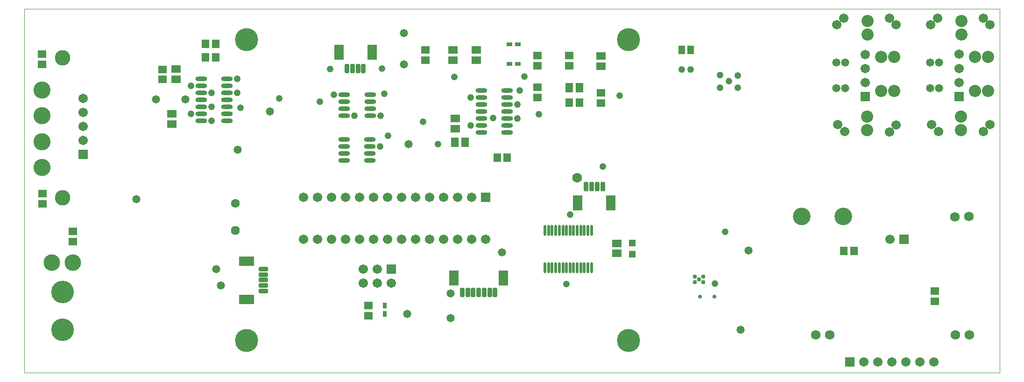
<source format=gts>
%FSTAX23Y23*%
%MOIN*%
%SFA1B1*%

%IPPOS*%
%AMD70*
4,1,8,0.005900,0.034500,-0.005900,0.034500,-0.015800,0.024600,-0.015800,-0.024600,-0.005900,-0.034500,0.005900,-0.034500,0.015800,-0.024600,0.015800,0.024600,0.005900,0.034500,0.0*
1,1,0.019820,0.005900,0.024600*
1,1,0.019820,-0.005900,0.024600*
1,1,0.019820,-0.005900,-0.024600*
1,1,0.019820,0.005900,-0.024600*
%
%AMD75*
4,1,8,0.034500,-0.005900,0.034500,0.005900,0.024600,0.015800,-0.024600,0.015800,-0.034500,0.005900,-0.034500,-0.005900,-0.024600,-0.015800,0.024600,-0.015800,0.034500,-0.005900,0.0*
1,1,0.019820,0.024600,-0.005900*
1,1,0.019820,0.024600,0.005900*
1,1,0.019820,-0.024600,0.005900*
1,1,0.019820,-0.024600,-0.005900*
%
%AMD92*
4,1,8,-0.031600,-0.013100,-0.013100,-0.031600,0.013100,-0.031600,0.031600,-0.013100,0.031600,0.013100,0.013100,0.031600,-0.013100,0.031600,-0.031600,0.013100,-0.031600,-0.013100,0.0*
%
%ADD33C,0.001000*%
G04~CAMADD=70~8~0.0~0.0~316.2~690.2~99.1~0.0~15~0.0~0.0~0.0~0.0~0~0.0~0.0~0.0~0.0~0~0.0~0.0~0.0~0.0~316.2~690.2*
%ADD70D70*%
%ADD71R,0.067060X0.106420*%
%ADD72O,0.082800X0.031620*%
%ADD73O,0.021780X0.078870*%
%ADD74R,0.106420X0.067060*%
G04~CAMADD=75~8~0.0~0.0~316.2~690.2~99.1~0.0~15~0.0~0.0~0.0~0.0~0~0.0~0.0~0.0~0.0~0~0.0~0.0~0.0~270.0~690.0~316.0*
%ADD75D75*%
%ADD76R,0.047370X0.061150*%
%ADD77R,0.049340X0.051310*%
%ADD78R,0.039500X0.027690*%
%ADD79R,0.027690X0.039500*%
%ADD80R,0.055240X0.061150*%
%ADD81R,0.061150X0.055240*%
%ADD82R,0.065090X0.053280*%
%ADD83R,0.053280X0.065090*%
%ADD84C,0.086740*%
%ADD85R,0.067060X0.067060*%
%ADD86C,0.067060*%
%ADD87C,0.118240*%
%ADD88C,0.161540*%
%ADD89C,0.068000*%
%ADD90C,0.122170*%
%ADD91R,0.067060X0.067060*%
G04~CAMADD=92~4~0.0~0.0~631.2~631.2~0.0~184.9~0~0.0~0.0~0.0~0.0~0~0.0~0.0~0.0~0.0~0~0.0~0.0~0.0~135.0~631.2~631.2*
%ADD92D92*%
%ADD93C,0.063120*%
%ADD94C,0.126110*%
%ADD95C,0.058000*%
%ADD96C,0.030840*%
%ADD97C,0.110360*%
%ADD98C,0.165000*%
%ADD99C,0.048000*%
%ADD100C,0.028000*%
%ADD101C,0.070000*%
%LNcareboard_smd_ordered_6.29-1*%
%LPD*%
G54D33*
X06963Y0D02*
Y026D01*
X0D02*
X06963D01*
X0Y0D02*
X06963D01*
X0D02*
Y026D01*
G54D70*
X0336Y00575D03*
X03125D03*
X03164D03*
X03203D03*
X03243D03*
X03282D03*
X03321D03*
X04128Y0133D03*
X04089D03*
X04049D03*
X0401D03*
X02302Y02176D03*
X02341D03*
X02381D03*
X0242D03*
G54D71*
X03419Y00678D03*
X03066D03*
X04186Y01215D03*
X03949D03*
X02244Y02291D03*
X02481D03*
G54D72*
X02283Y01989D03*
Y01939D03*
Y01889D03*
Y01839D03*
X02468Y01989D03*
Y01939D03*
Y01889D03*
Y01839D03*
X01261Y021D03*
Y0205D03*
Y02D03*
Y0195D03*
Y019D03*
Y0185D03*
Y018D03*
X01446Y021D03*
Y0205D03*
Y02D03*
Y0195D03*
Y019D03*
Y0185D03*
Y018D03*
X03261Y02017D03*
Y01967D03*
Y01917D03*
Y01867D03*
Y01817D03*
Y01767D03*
Y01717D03*
X03446Y02017D03*
Y01967D03*
Y01917D03*
Y01867D03*
Y01817D03*
Y01767D03*
Y01717D03*
X02281Y01667D03*
Y01617D03*
Y01567D03*
Y01517D03*
X02467Y01667D03*
Y01617D03*
Y01567D03*
Y01517D03*
G54D73*
X04048Y01019D03*
X04023D03*
X03997D03*
X03972D03*
X03946D03*
X0392D03*
X03895D03*
X03869D03*
X03844D03*
X03818D03*
X03792D03*
X03767D03*
X03741D03*
X03716D03*
X04048Y00752D03*
X04023D03*
X03997D03*
X03972D03*
X03946D03*
X0392D03*
X03895D03*
X03869D03*
X03844D03*
X03818D03*
X03792D03*
X03767D03*
X03741D03*
X03716D03*
G54D74*
X01587Y00524D03*
Y00797D03*
G54D75*
X01705Y00741D03*
Y00585D03*
Y00624D03*
Y00663D03*
Y00702D03*
G54D76*
X04754Y02307D03*
X04692D03*
G54D77*
X0434Y00849D03*
Y00928D03*
G54D78*
X03523Y02208D03*
X03463D03*
X03523Y02347D03*
X03463D03*
G54D79*
X02571Y0042D03*
Y0048D03*
G54D80*
X05849Y0087D03*
X05921D03*
X01292Y02254D03*
X01365D03*
X01292Y02352D03*
X01365D03*
X03374Y01538D03*
X03446D03*
X03888Y0193D03*
X03961D03*
G54D81*
X06499Y00584D03*
Y00512D03*
X00984Y02097D03*
Y02169D03*
X02862Y02236D03*
Y02309D03*
X04115Y01929D03*
Y02002D03*
X03888Y02194D03*
Y02267D03*
X03663Y0204D03*
Y01967D03*
Y02194D03*
Y02267D03*
X02457Y00482D03*
Y00409D03*
X00127Y02205D03*
Y02278D03*
X00129Y01282D03*
Y01209D03*
X00347Y00938D03*
Y01011D03*
G54D82*
X01081Y02172D03*
Y02099D03*
X01052Y01777D03*
Y0185D03*
X03224Y02236D03*
Y02309D03*
X03059Y02236D03*
Y02309D03*
X03074Y01819D03*
Y01746D03*
X04115Y02192D03*
Y02265D03*
X0423Y00926D03*
Y00853D03*
G54D83*
X03072Y01649D03*
X03145D03*
X03888Y02039D03*
X03961D03*
G54D84*
X06787Y02258D03*
X0688D03*
X06689Y02516D03*
Y02418D03*
X0688Y02014D03*
X06787Y02014D03*
X06686Y01734D03*
Y01832D03*
X06015Y01831D03*
Y01733D03*
X06116Y02013D03*
X06209Y02013D03*
X06018Y02417D03*
Y02515D03*
X06209Y02257D03*
X06116D03*
G54D85*
X06673Y01975D03*
X06002Y01974D03*
X00418Y01561D03*
X03291Y01255D03*
G54D86*
X06673Y02075D03*
Y02176D03*
Y02277D03*
X06002Y02276D03*
Y02175D03*
Y02074D03*
X02618Y00641D03*
X02518Y00741D03*
Y00641D03*
X02418Y00741D03*
Y00641D03*
X06492Y00078D03*
X06392D03*
X06292D03*
X06192D03*
X05992D03*
X06092D03*
X00418Y01961D03*
Y01861D03*
Y01761D03*
Y01661D03*
X0618Y00956D03*
X03191Y01255D03*
X03091D03*
X02991D03*
X02891D03*
X02791D03*
X02691D03*
X02591D03*
X02491D03*
X02391D03*
X02291D03*
X02191D03*
X02091D03*
X01991D03*
X03291Y00955D03*
X03191D03*
X03091D03*
X02991D03*
X02891D03*
X02791D03*
X02691D03*
X02591D03*
X02491D03*
X02391D03*
X02291D03*
X02191D03*
X02091D03*
X01991D03*
X06526Y01724D03*
X06476Y01774D03*
X06893Y01773D03*
X06846Y01723D03*
Y02535D03*
X06893Y02488D03*
X06519Y02535D03*
X06469Y02488D03*
X05798Y02487D03*
X05848Y02534D03*
X06222Y02487D03*
X06175Y02534D03*
Y01722D03*
X06222Y01772D03*
X05805Y01773D03*
X05855Y01723D03*
G54D87*
X00347Y00787D03*
X00197D03*
G54D88*
X00272Y00577D03*
Y00307D03*
G54D89*
X06742Y01118D03*
X06642Y01116D03*
X06745Y00272D03*
X06645Y0027D03*
X0575Y00272D03*
X0565Y0027D03*
G54D90*
X00127Y01467D03*
Y01652D03*
Y01837D03*
Y02022D03*
G54D91*
X02618Y00741D03*
X05892Y00078D03*
X0628Y00956D03*
G54D92*
X01506Y01019D03*
G54D93*
X01506Y01211D03*
G54D94*
X05548Y01118D03*
X05847Y01117D03*
G54D95*
X0653Y02034D03*
Y02219D03*
X06465Y02034D03*
Y02219D03*
X05794Y02218D03*
Y02033D03*
X05859Y02218D03*
Y02033D03*
X01401Y00626D03*
X05112Y00307D03*
X0517Y00873D03*
X02733Y0042D03*
X03042Y00391D03*
Y00567D03*
X008Y0124D03*
X02743Y01633D03*
X02708Y02204D03*
Y02427D03*
X01752Y01867D03*
X00938Y01956D03*
X01148D03*
X01521Y01593D03*
X01369Y00741D03*
X0341Y00862D03*
G54D96*
X04785Y00687D03*
X04815Y00668D03*
X04785Y00648D03*
X04844Y00687D03*
Y00648D03*
G54D97*
X00272Y02252D03*
Y01252D03*
G54D98*
X04312Y00231D03*
Y02381D03*
X01587D03*
Y00231D03*
G54D99*
X0152Y02D03*
X03187Y01767D03*
X03519Y01917D03*
X04249Y01981D03*
X01335Y02D03*
X01188Y0185D03*
X04754Y02168D03*
X02952Y01635D03*
X03519Y01817D03*
X03568Y02117D03*
X01335Y018D03*
X04692Y02168D03*
X03187Y01967D03*
X03068Y02113D03*
X03345Y0182D03*
X01188Y0205D03*
X02847Y01793D03*
X02109Y01939D03*
X01541Y01894D03*
X02595Y01693D03*
X0257Y01994D03*
X03671Y01847D03*
X05092Y02037D03*
X04964D03*
Y02127D03*
X05092Y02125D03*
X05001Y01008D03*
X04928Y00638D03*
X05028Y02084D03*
X03869Y00634D03*
X03895Y01132D03*
X0254Y01617D03*
X02356Y01839D03*
X02541D03*
X02181Y02171D03*
X0182Y01961D03*
X01335Y019D03*
X0152Y021D03*
X02209Y01989D03*
X02553Y02173D03*
X03535Y02017D03*
X04129Y01474D03*
G54D100*
X04927Y00545D03*
X04823D03*
G54D101*
X03945Y01395D03*
M02*
</source>
